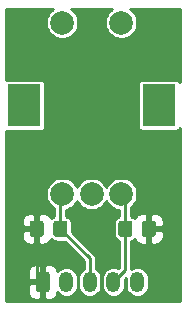
<source format=gtl>
G04 #@! TF.GenerationSoftware,KiCad,Pcbnew,(5.1.9)-1*
G04 #@! TF.CreationDate,2021-05-18T23:01:19-05:00*
G04 #@! TF.ProjectId,Encoder,456e636f-6465-4722-9e6b-696361645f70,rev?*
G04 #@! TF.SameCoordinates,Original*
G04 #@! TF.FileFunction,Copper,L1,Top*
G04 #@! TF.FilePolarity,Positive*
%FSLAX46Y46*%
G04 Gerber Fmt 4.6, Leading zero omitted, Abs format (unit mm)*
G04 Created by KiCad (PCBNEW (5.1.9)-1) date 2021-05-18 23:01:19*
%MOMM*%
%LPD*%
G01*
G04 APERTURE LIST*
G04 #@! TA.AperFunction,ComponentPad*
%ADD10C,2.000000*%
G04 #@! TD*
G04 #@! TA.AperFunction,ComponentPad*
%ADD11R,2.800000X3.600000*%
G04 #@! TD*
G04 #@! TA.AperFunction,ComponentPad*
%ADD12O,1.200000X1.750000*%
G04 #@! TD*
G04 #@! TA.AperFunction,Conductor*
%ADD13C,0.254000*%
G04 #@! TD*
G04 #@! TA.AperFunction,Conductor*
%ADD14C,0.100000*%
G04 #@! TD*
G04 APERTURE END LIST*
D10*
X145650000Y-108550000D03*
X143150000Y-108550000D03*
X140650000Y-108550000D03*
X145650000Y-94050000D03*
X140650000Y-94050000D03*
D11*
X148850000Y-101050000D03*
X137450000Y-101050000D03*
G04 #@! TA.AperFunction,SMDPad,CuDef*
G36*
G01*
X146600000Y-111049999D02*
X146600000Y-111950001D01*
G75*
G02*
X146350001Y-112200000I-249999J0D01*
G01*
X145649999Y-112200000D01*
G75*
G02*
X145400000Y-111950001I0J249999D01*
G01*
X145400000Y-111049999D01*
G75*
G02*
X145649999Y-110800000I249999J0D01*
G01*
X146350001Y-110800000D01*
G75*
G02*
X146600000Y-111049999I0J-249999D01*
G01*
G37*
G04 #@! TD.AperFunction*
G04 #@! TA.AperFunction,SMDPad,CuDef*
G36*
G01*
X148600000Y-111049999D02*
X148600000Y-111950001D01*
G75*
G02*
X148350001Y-112200000I-249999J0D01*
G01*
X147649999Y-112200000D01*
G75*
G02*
X147400000Y-111950001I0J249999D01*
G01*
X147400000Y-111049999D01*
G75*
G02*
X147649999Y-110800000I249999J0D01*
G01*
X148350001Y-110800000D01*
G75*
G02*
X148600000Y-111049999I0J-249999D01*
G01*
G37*
G04 #@! TD.AperFunction*
G04 #@! TA.AperFunction,SMDPad,CuDef*
G36*
G01*
X139900000Y-111950001D02*
X139900000Y-111049999D01*
G75*
G02*
X140149999Y-110800000I249999J0D01*
G01*
X140850001Y-110800000D01*
G75*
G02*
X141100000Y-111049999I0J-249999D01*
G01*
X141100000Y-111950001D01*
G75*
G02*
X140850001Y-112200000I-249999J0D01*
G01*
X140149999Y-112200000D01*
G75*
G02*
X139900000Y-111950001I0J249999D01*
G01*
G37*
G04 #@! TD.AperFunction*
G04 #@! TA.AperFunction,SMDPad,CuDef*
G36*
G01*
X137900000Y-111950001D02*
X137900000Y-111049999D01*
G75*
G02*
X138149999Y-110800000I249999J0D01*
G01*
X138850001Y-110800000D01*
G75*
G02*
X139100000Y-111049999I0J-249999D01*
G01*
X139100000Y-111950001D01*
G75*
G02*
X138850001Y-112200000I-249999J0D01*
G01*
X138149999Y-112200000D01*
G75*
G02*
X137900000Y-111950001I0J249999D01*
G01*
G37*
G04 #@! TD.AperFunction*
D12*
X147000000Y-116000000D03*
X145000000Y-116000000D03*
X143000000Y-116000000D03*
X141000000Y-116000000D03*
G04 #@! TA.AperFunction,ComponentPad*
G36*
G01*
X138400000Y-116625001D02*
X138400000Y-115374999D01*
G75*
G02*
X138649999Y-115125000I249999J0D01*
G01*
X139350001Y-115125000D01*
G75*
G02*
X139600000Y-115374999I0J-249999D01*
G01*
X139600000Y-116625001D01*
G75*
G02*
X139350001Y-116875000I-249999J0D01*
G01*
X138649999Y-116875000D01*
G75*
G02*
X138400000Y-116625001I0J249999D01*
G01*
G37*
G04 #@! TD.AperFunction*
D13*
X146000000Y-108900000D02*
X145650000Y-108550000D01*
X146000000Y-111500000D02*
X146000000Y-108900000D01*
X146000000Y-115000000D02*
X145000000Y-116000000D01*
X146000000Y-111500000D02*
X146000000Y-115000000D01*
X140500000Y-108700000D02*
X140650000Y-108550000D01*
X140500000Y-111500000D02*
X140500000Y-108700000D01*
X143000000Y-114000000D02*
X140500000Y-111500000D01*
X143000000Y-116000000D02*
X143000000Y-114000000D01*
X138500000Y-115500000D02*
X139000000Y-116000000D01*
X138500000Y-111500000D02*
X138500000Y-115500000D01*
X138500000Y-108656118D02*
X138500000Y-111500000D01*
X139987119Y-107168999D02*
X138500000Y-108656118D01*
X146312881Y-107168999D02*
X139987119Y-107168999D01*
X148000000Y-108856118D02*
X146312881Y-107168999D01*
X148000000Y-111500000D02*
X148000000Y-108856118D01*
X139769664Y-92977307D02*
X139577307Y-93169664D01*
X139426174Y-93395851D01*
X139322071Y-93647177D01*
X139269000Y-93913983D01*
X139269000Y-94186017D01*
X139322071Y-94452823D01*
X139426174Y-94704149D01*
X139577307Y-94930336D01*
X139769664Y-95122693D01*
X139995851Y-95273826D01*
X140247177Y-95377929D01*
X140513983Y-95431000D01*
X140786017Y-95431000D01*
X141052823Y-95377929D01*
X141304149Y-95273826D01*
X141530336Y-95122693D01*
X141722693Y-94930336D01*
X141873826Y-94704149D01*
X141977929Y-94452823D01*
X142031000Y-94186017D01*
X142031000Y-93913983D01*
X141977929Y-93647177D01*
X141873826Y-93395851D01*
X141722693Y-93169664D01*
X141530336Y-92977307D01*
X141405209Y-92893700D01*
X144894791Y-92893700D01*
X144769664Y-92977307D01*
X144577307Y-93169664D01*
X144426174Y-93395851D01*
X144322071Y-93647177D01*
X144269000Y-93913983D01*
X144269000Y-94186017D01*
X144322071Y-94452823D01*
X144426174Y-94704149D01*
X144577307Y-94930336D01*
X144769664Y-95122693D01*
X144995851Y-95273826D01*
X145247177Y-95377929D01*
X145513983Y-95431000D01*
X145786017Y-95431000D01*
X146052823Y-95377929D01*
X146304149Y-95273826D01*
X146530336Y-95122693D01*
X146722693Y-94930336D01*
X146873826Y-94704149D01*
X146977929Y-94452823D01*
X147031000Y-94186017D01*
X147031000Y-93913983D01*
X146977929Y-93647177D01*
X146873826Y-93395851D01*
X146722693Y-93169664D01*
X146530336Y-92977307D01*
X146405209Y-92893700D01*
X150606300Y-92893700D01*
X150606300Y-99112061D01*
X150603701Y-99103492D01*
X150568322Y-99037304D01*
X150520711Y-98979289D01*
X150462696Y-98931678D01*
X150396508Y-98896299D01*
X150324689Y-98874513D01*
X150250000Y-98867157D01*
X147450000Y-98867157D01*
X147375311Y-98874513D01*
X147303492Y-98896299D01*
X147237304Y-98931678D01*
X147179289Y-98979289D01*
X147131678Y-99037304D01*
X147096299Y-99103492D01*
X147074513Y-99175311D01*
X147067157Y-99250000D01*
X147067157Y-102850000D01*
X147074513Y-102924689D01*
X147096299Y-102996508D01*
X147131678Y-103062696D01*
X147179289Y-103120711D01*
X147237304Y-103168322D01*
X147303492Y-103203701D01*
X147375311Y-103225487D01*
X147450000Y-103232843D01*
X150250000Y-103232843D01*
X150324689Y-103225487D01*
X150396508Y-103203701D01*
X150462696Y-103168322D01*
X150520711Y-103120711D01*
X150568322Y-103062696D01*
X150603701Y-102996508D01*
X150606300Y-102987939D01*
X150606301Y-117606300D01*
X135893700Y-117606300D01*
X135893700Y-116875000D01*
X137761928Y-116875000D01*
X137774188Y-116999482D01*
X137810498Y-117119180D01*
X137869463Y-117229494D01*
X137948815Y-117326185D01*
X138045506Y-117405537D01*
X138155820Y-117464502D01*
X138275518Y-117500812D01*
X138400000Y-117513072D01*
X138714250Y-117510000D01*
X138873000Y-117351250D01*
X138873000Y-116127000D01*
X137923750Y-116127000D01*
X137765000Y-116285750D01*
X137761928Y-116875000D01*
X135893700Y-116875000D01*
X135893700Y-115125000D01*
X137761928Y-115125000D01*
X137765000Y-115714250D01*
X137923750Y-115873000D01*
X138873000Y-115873000D01*
X138873000Y-114648750D01*
X139127000Y-114648750D01*
X139127000Y-115873000D01*
X139147000Y-115873000D01*
X139147000Y-116127000D01*
X139127000Y-116127000D01*
X139127000Y-117351250D01*
X139285750Y-117510000D01*
X139600000Y-117513072D01*
X139724482Y-117500812D01*
X139844180Y-117464502D01*
X139954494Y-117405537D01*
X140051185Y-117326185D01*
X140130537Y-117229494D01*
X140189502Y-117119180D01*
X140225812Y-116999482D01*
X140236494Y-116891023D01*
X140302973Y-116972028D01*
X140452350Y-117094618D01*
X140622772Y-117185711D01*
X140807691Y-117241805D01*
X141000000Y-117260746D01*
X141192310Y-117241805D01*
X141377229Y-117185711D01*
X141547651Y-117094618D01*
X141697028Y-116972028D01*
X141819618Y-116822651D01*
X141910711Y-116652229D01*
X141966805Y-116467309D01*
X141981000Y-116323186D01*
X141981000Y-115676813D01*
X141966805Y-115532690D01*
X141910711Y-115347771D01*
X141819618Y-115177349D01*
X141697028Y-115027972D01*
X141547651Y-114905382D01*
X141377228Y-114814289D01*
X141192309Y-114758195D01*
X141000000Y-114739254D01*
X140807690Y-114758195D01*
X140622771Y-114814289D01*
X140452349Y-114905382D01*
X140302972Y-115027972D01*
X140236494Y-115108976D01*
X140225812Y-115000518D01*
X140189502Y-114880820D01*
X140130537Y-114770506D01*
X140051185Y-114673815D01*
X139954494Y-114594463D01*
X139844180Y-114535498D01*
X139724482Y-114499188D01*
X139600000Y-114486928D01*
X139285750Y-114490000D01*
X139127000Y-114648750D01*
X138873000Y-114648750D01*
X138714250Y-114490000D01*
X138400000Y-114486928D01*
X138275518Y-114499188D01*
X138155820Y-114535498D01*
X138045506Y-114594463D01*
X137948815Y-114673815D01*
X137869463Y-114770506D01*
X137810498Y-114880820D01*
X137774188Y-115000518D01*
X137761928Y-115125000D01*
X135893700Y-115125000D01*
X135893700Y-112200000D01*
X137261928Y-112200000D01*
X137274188Y-112324482D01*
X137310498Y-112444180D01*
X137369463Y-112554494D01*
X137448815Y-112651185D01*
X137545506Y-112730537D01*
X137655820Y-112789502D01*
X137775518Y-112825812D01*
X137900000Y-112838072D01*
X138214250Y-112835000D01*
X138373000Y-112676250D01*
X138373000Y-111627000D01*
X137423750Y-111627000D01*
X137265000Y-111785750D01*
X137261928Y-112200000D01*
X135893700Y-112200000D01*
X135893700Y-110800000D01*
X137261928Y-110800000D01*
X137265000Y-111214250D01*
X137423750Y-111373000D01*
X138373000Y-111373000D01*
X138373000Y-110323750D01*
X138627000Y-110323750D01*
X138627000Y-111373000D01*
X138647000Y-111373000D01*
X138647000Y-111627000D01*
X138627000Y-111627000D01*
X138627000Y-112676250D01*
X138785750Y-112835000D01*
X139100000Y-112838072D01*
X139224482Y-112825812D01*
X139344180Y-112789502D01*
X139454494Y-112730537D01*
X139551185Y-112651185D01*
X139630537Y-112554494D01*
X139689502Y-112444180D01*
X139703436Y-112398246D01*
X139798411Y-112476190D01*
X139907821Y-112534671D01*
X140026538Y-112570683D01*
X140149999Y-112582843D01*
X140850001Y-112582843D01*
X140863130Y-112581550D01*
X142492001Y-114210421D01*
X142492001Y-114884188D01*
X142452349Y-114905382D01*
X142302972Y-115027972D01*
X142180382Y-115177349D01*
X142089289Y-115347772D01*
X142033195Y-115532691D01*
X142019000Y-115676814D01*
X142019000Y-116323187D01*
X142033195Y-116467310D01*
X142089289Y-116652229D01*
X142180383Y-116822651D01*
X142302973Y-116972028D01*
X142452350Y-117094618D01*
X142622772Y-117185711D01*
X142807691Y-117241805D01*
X143000000Y-117260746D01*
X143192310Y-117241805D01*
X143377229Y-117185711D01*
X143547651Y-117094618D01*
X143697028Y-116972028D01*
X143819618Y-116822651D01*
X143910711Y-116652229D01*
X143966805Y-116467309D01*
X143981000Y-116323186D01*
X143981000Y-115676813D01*
X143966805Y-115532690D01*
X143910711Y-115347771D01*
X143819618Y-115177349D01*
X143697028Y-115027972D01*
X143547651Y-114905382D01*
X143508000Y-114884188D01*
X143508000Y-114024944D01*
X143510457Y-114000000D01*
X143508000Y-113975053D01*
X143500649Y-113900415D01*
X143471601Y-113804657D01*
X143449643Y-113763576D01*
X143424429Y-113716404D01*
X143401354Y-113688288D01*
X143360948Y-113639052D01*
X143341565Y-113623145D01*
X141482843Y-111764423D01*
X141482843Y-111049999D01*
X141470683Y-110926538D01*
X141434671Y-110807821D01*
X141376190Y-110698411D01*
X141297488Y-110602512D01*
X141201589Y-110523810D01*
X141092179Y-110465329D01*
X141008000Y-110439794D01*
X141008000Y-109886845D01*
X141052823Y-109877929D01*
X141304149Y-109773826D01*
X141530336Y-109622693D01*
X141722693Y-109430336D01*
X141873826Y-109204149D01*
X141900000Y-109140960D01*
X141926174Y-109204149D01*
X142077307Y-109430336D01*
X142269664Y-109622693D01*
X142495851Y-109773826D01*
X142747177Y-109877929D01*
X143013983Y-109931000D01*
X143286017Y-109931000D01*
X143552823Y-109877929D01*
X143804149Y-109773826D01*
X144030336Y-109622693D01*
X144222693Y-109430336D01*
X144373826Y-109204149D01*
X144400000Y-109140960D01*
X144426174Y-109204149D01*
X144577307Y-109430336D01*
X144769664Y-109622693D01*
X144995851Y-109773826D01*
X145247177Y-109877929D01*
X145492001Y-109926627D01*
X145492000Y-110439794D01*
X145407821Y-110465329D01*
X145298411Y-110523810D01*
X145202512Y-110602512D01*
X145123810Y-110698411D01*
X145065329Y-110807821D01*
X145029317Y-110926538D01*
X145017157Y-111049999D01*
X145017157Y-111950001D01*
X145029317Y-112073462D01*
X145065329Y-112192179D01*
X145123810Y-112301589D01*
X145202512Y-112397488D01*
X145298411Y-112476190D01*
X145407821Y-112534671D01*
X145492000Y-112560206D01*
X145492001Y-114789579D01*
X145435920Y-114845660D01*
X145377228Y-114814289D01*
X145192309Y-114758195D01*
X145000000Y-114739254D01*
X144807690Y-114758195D01*
X144622771Y-114814289D01*
X144452349Y-114905382D01*
X144302972Y-115027972D01*
X144180382Y-115177349D01*
X144089289Y-115347772D01*
X144033195Y-115532691D01*
X144019000Y-115676814D01*
X144019000Y-116323187D01*
X144033195Y-116467310D01*
X144089289Y-116652229D01*
X144180383Y-116822651D01*
X144302973Y-116972028D01*
X144452350Y-117094618D01*
X144622772Y-117185711D01*
X144807691Y-117241805D01*
X145000000Y-117260746D01*
X145192310Y-117241805D01*
X145377229Y-117185711D01*
X145547651Y-117094618D01*
X145697028Y-116972028D01*
X145819618Y-116822651D01*
X145910711Y-116652229D01*
X145966805Y-116467309D01*
X145981000Y-116323186D01*
X145981000Y-115737420D01*
X146019000Y-115699420D01*
X146019000Y-116323187D01*
X146033195Y-116467310D01*
X146089289Y-116652229D01*
X146180383Y-116822651D01*
X146302973Y-116972028D01*
X146452350Y-117094618D01*
X146622772Y-117185711D01*
X146807691Y-117241805D01*
X147000000Y-117260746D01*
X147192310Y-117241805D01*
X147377229Y-117185711D01*
X147547651Y-117094618D01*
X147697028Y-116972028D01*
X147819618Y-116822651D01*
X147910711Y-116652229D01*
X147966805Y-116467309D01*
X147981000Y-116323186D01*
X147981000Y-115676813D01*
X147966805Y-115532690D01*
X147910711Y-115347771D01*
X147819618Y-115177349D01*
X147697028Y-115027972D01*
X147547651Y-114905382D01*
X147377228Y-114814289D01*
X147192309Y-114758195D01*
X147000000Y-114739254D01*
X146807690Y-114758195D01*
X146622771Y-114814289D01*
X146508000Y-114875636D01*
X146508000Y-112560206D01*
X146592179Y-112534671D01*
X146701589Y-112476190D01*
X146796564Y-112398246D01*
X146810498Y-112444180D01*
X146869463Y-112554494D01*
X146948815Y-112651185D01*
X147045506Y-112730537D01*
X147155820Y-112789502D01*
X147275518Y-112825812D01*
X147400000Y-112838072D01*
X147714250Y-112835000D01*
X147873000Y-112676250D01*
X147873000Y-111627000D01*
X148127000Y-111627000D01*
X148127000Y-112676250D01*
X148285750Y-112835000D01*
X148600000Y-112838072D01*
X148724482Y-112825812D01*
X148844180Y-112789502D01*
X148954494Y-112730537D01*
X149051185Y-112651185D01*
X149130537Y-112554494D01*
X149189502Y-112444180D01*
X149225812Y-112324482D01*
X149238072Y-112200000D01*
X149235000Y-111785750D01*
X149076250Y-111627000D01*
X148127000Y-111627000D01*
X147873000Y-111627000D01*
X147853000Y-111627000D01*
X147853000Y-111373000D01*
X147873000Y-111373000D01*
X147873000Y-110323750D01*
X148127000Y-110323750D01*
X148127000Y-111373000D01*
X149076250Y-111373000D01*
X149235000Y-111214250D01*
X149238072Y-110800000D01*
X149225812Y-110675518D01*
X149189502Y-110555820D01*
X149130537Y-110445506D01*
X149051185Y-110348815D01*
X148954494Y-110269463D01*
X148844180Y-110210498D01*
X148724482Y-110174188D01*
X148600000Y-110161928D01*
X148285750Y-110165000D01*
X148127000Y-110323750D01*
X147873000Y-110323750D01*
X147714250Y-110165000D01*
X147400000Y-110161928D01*
X147275518Y-110174188D01*
X147155820Y-110210498D01*
X147045506Y-110269463D01*
X146948815Y-110348815D01*
X146869463Y-110445506D01*
X146810498Y-110555820D01*
X146796564Y-110601754D01*
X146701589Y-110523810D01*
X146592179Y-110465329D01*
X146508000Y-110439794D01*
X146508000Y-109637617D01*
X146530336Y-109622693D01*
X146722693Y-109430336D01*
X146873826Y-109204149D01*
X146977929Y-108952823D01*
X147031000Y-108686017D01*
X147031000Y-108413983D01*
X146977929Y-108147177D01*
X146873826Y-107895851D01*
X146722693Y-107669664D01*
X146530336Y-107477307D01*
X146304149Y-107326174D01*
X146052823Y-107222071D01*
X145786017Y-107169000D01*
X145513983Y-107169000D01*
X145247177Y-107222071D01*
X144995851Y-107326174D01*
X144769664Y-107477307D01*
X144577307Y-107669664D01*
X144426174Y-107895851D01*
X144400000Y-107959040D01*
X144373826Y-107895851D01*
X144222693Y-107669664D01*
X144030336Y-107477307D01*
X143804149Y-107326174D01*
X143552823Y-107222071D01*
X143286017Y-107169000D01*
X143013983Y-107169000D01*
X142747177Y-107222071D01*
X142495851Y-107326174D01*
X142269664Y-107477307D01*
X142077307Y-107669664D01*
X141926174Y-107895851D01*
X141900000Y-107959040D01*
X141873826Y-107895851D01*
X141722693Y-107669664D01*
X141530336Y-107477307D01*
X141304149Y-107326174D01*
X141052823Y-107222071D01*
X140786017Y-107169000D01*
X140513983Y-107169000D01*
X140247177Y-107222071D01*
X139995851Y-107326174D01*
X139769664Y-107477307D01*
X139577307Y-107669664D01*
X139426174Y-107895851D01*
X139322071Y-108147177D01*
X139269000Y-108413983D01*
X139269000Y-108686017D01*
X139322071Y-108952823D01*
X139426174Y-109204149D01*
X139577307Y-109430336D01*
X139769664Y-109622693D01*
X139992001Y-109771253D01*
X139992000Y-110439794D01*
X139907821Y-110465329D01*
X139798411Y-110523810D01*
X139703436Y-110601754D01*
X139689502Y-110555820D01*
X139630537Y-110445506D01*
X139551185Y-110348815D01*
X139454494Y-110269463D01*
X139344180Y-110210498D01*
X139224482Y-110174188D01*
X139100000Y-110161928D01*
X138785750Y-110165000D01*
X138627000Y-110323750D01*
X138373000Y-110323750D01*
X138214250Y-110165000D01*
X137900000Y-110161928D01*
X137775518Y-110174188D01*
X137655820Y-110210498D01*
X137545506Y-110269463D01*
X137448815Y-110348815D01*
X137369463Y-110445506D01*
X137310498Y-110555820D01*
X137274188Y-110675518D01*
X137261928Y-110800000D01*
X135893700Y-110800000D01*
X135893700Y-103198467D01*
X135903492Y-103203701D01*
X135975311Y-103225487D01*
X136050000Y-103232843D01*
X138850000Y-103232843D01*
X138924689Y-103225487D01*
X138996508Y-103203701D01*
X139062696Y-103168322D01*
X139120711Y-103120711D01*
X139168322Y-103062696D01*
X139203701Y-102996508D01*
X139225487Y-102924689D01*
X139232843Y-102850000D01*
X139232843Y-99250000D01*
X139225487Y-99175311D01*
X139203701Y-99103492D01*
X139168322Y-99037304D01*
X139120711Y-98979289D01*
X139062696Y-98931678D01*
X138996508Y-98896299D01*
X138924689Y-98874513D01*
X138850000Y-98867157D01*
X136050000Y-98867157D01*
X135975311Y-98874513D01*
X135903492Y-98896299D01*
X135893700Y-98901533D01*
X135893700Y-92893700D01*
X139894791Y-92893700D01*
X139769664Y-92977307D01*
G04 #@! TA.AperFunction,Conductor*
D14*
G36*
X139769664Y-92977307D02*
G01*
X139577307Y-93169664D01*
X139426174Y-93395851D01*
X139322071Y-93647177D01*
X139269000Y-93913983D01*
X139269000Y-94186017D01*
X139322071Y-94452823D01*
X139426174Y-94704149D01*
X139577307Y-94930336D01*
X139769664Y-95122693D01*
X139995851Y-95273826D01*
X140247177Y-95377929D01*
X140513983Y-95431000D01*
X140786017Y-95431000D01*
X141052823Y-95377929D01*
X141304149Y-95273826D01*
X141530336Y-95122693D01*
X141722693Y-94930336D01*
X141873826Y-94704149D01*
X141977929Y-94452823D01*
X142031000Y-94186017D01*
X142031000Y-93913983D01*
X141977929Y-93647177D01*
X141873826Y-93395851D01*
X141722693Y-93169664D01*
X141530336Y-92977307D01*
X141405209Y-92893700D01*
X144894791Y-92893700D01*
X144769664Y-92977307D01*
X144577307Y-93169664D01*
X144426174Y-93395851D01*
X144322071Y-93647177D01*
X144269000Y-93913983D01*
X144269000Y-94186017D01*
X144322071Y-94452823D01*
X144426174Y-94704149D01*
X144577307Y-94930336D01*
X144769664Y-95122693D01*
X144995851Y-95273826D01*
X145247177Y-95377929D01*
X145513983Y-95431000D01*
X145786017Y-95431000D01*
X146052823Y-95377929D01*
X146304149Y-95273826D01*
X146530336Y-95122693D01*
X146722693Y-94930336D01*
X146873826Y-94704149D01*
X146977929Y-94452823D01*
X147031000Y-94186017D01*
X147031000Y-93913983D01*
X146977929Y-93647177D01*
X146873826Y-93395851D01*
X146722693Y-93169664D01*
X146530336Y-92977307D01*
X146405209Y-92893700D01*
X150606300Y-92893700D01*
X150606300Y-99112061D01*
X150603701Y-99103492D01*
X150568322Y-99037304D01*
X150520711Y-98979289D01*
X150462696Y-98931678D01*
X150396508Y-98896299D01*
X150324689Y-98874513D01*
X150250000Y-98867157D01*
X147450000Y-98867157D01*
X147375311Y-98874513D01*
X147303492Y-98896299D01*
X147237304Y-98931678D01*
X147179289Y-98979289D01*
X147131678Y-99037304D01*
X147096299Y-99103492D01*
X147074513Y-99175311D01*
X147067157Y-99250000D01*
X147067157Y-102850000D01*
X147074513Y-102924689D01*
X147096299Y-102996508D01*
X147131678Y-103062696D01*
X147179289Y-103120711D01*
X147237304Y-103168322D01*
X147303492Y-103203701D01*
X147375311Y-103225487D01*
X147450000Y-103232843D01*
X150250000Y-103232843D01*
X150324689Y-103225487D01*
X150396508Y-103203701D01*
X150462696Y-103168322D01*
X150520711Y-103120711D01*
X150568322Y-103062696D01*
X150603701Y-102996508D01*
X150606300Y-102987939D01*
X150606301Y-117606300D01*
X135893700Y-117606300D01*
X135893700Y-116875000D01*
X137761928Y-116875000D01*
X137774188Y-116999482D01*
X137810498Y-117119180D01*
X137869463Y-117229494D01*
X137948815Y-117326185D01*
X138045506Y-117405537D01*
X138155820Y-117464502D01*
X138275518Y-117500812D01*
X138400000Y-117513072D01*
X138714250Y-117510000D01*
X138873000Y-117351250D01*
X138873000Y-116127000D01*
X137923750Y-116127000D01*
X137765000Y-116285750D01*
X137761928Y-116875000D01*
X135893700Y-116875000D01*
X135893700Y-115125000D01*
X137761928Y-115125000D01*
X137765000Y-115714250D01*
X137923750Y-115873000D01*
X138873000Y-115873000D01*
X138873000Y-114648750D01*
X139127000Y-114648750D01*
X139127000Y-115873000D01*
X139147000Y-115873000D01*
X139147000Y-116127000D01*
X139127000Y-116127000D01*
X139127000Y-117351250D01*
X139285750Y-117510000D01*
X139600000Y-117513072D01*
X139724482Y-117500812D01*
X139844180Y-117464502D01*
X139954494Y-117405537D01*
X140051185Y-117326185D01*
X140130537Y-117229494D01*
X140189502Y-117119180D01*
X140225812Y-116999482D01*
X140236494Y-116891023D01*
X140302973Y-116972028D01*
X140452350Y-117094618D01*
X140622772Y-117185711D01*
X140807691Y-117241805D01*
X141000000Y-117260746D01*
X141192310Y-117241805D01*
X141377229Y-117185711D01*
X141547651Y-117094618D01*
X141697028Y-116972028D01*
X141819618Y-116822651D01*
X141910711Y-116652229D01*
X141966805Y-116467309D01*
X141981000Y-116323186D01*
X141981000Y-115676813D01*
X141966805Y-115532690D01*
X141910711Y-115347771D01*
X141819618Y-115177349D01*
X141697028Y-115027972D01*
X141547651Y-114905382D01*
X141377228Y-114814289D01*
X141192309Y-114758195D01*
X141000000Y-114739254D01*
X140807690Y-114758195D01*
X140622771Y-114814289D01*
X140452349Y-114905382D01*
X140302972Y-115027972D01*
X140236494Y-115108976D01*
X140225812Y-115000518D01*
X140189502Y-114880820D01*
X140130537Y-114770506D01*
X140051185Y-114673815D01*
X139954494Y-114594463D01*
X139844180Y-114535498D01*
X139724482Y-114499188D01*
X139600000Y-114486928D01*
X139285750Y-114490000D01*
X139127000Y-114648750D01*
X138873000Y-114648750D01*
X138714250Y-114490000D01*
X138400000Y-114486928D01*
X138275518Y-114499188D01*
X138155820Y-114535498D01*
X138045506Y-114594463D01*
X137948815Y-114673815D01*
X137869463Y-114770506D01*
X137810498Y-114880820D01*
X137774188Y-115000518D01*
X137761928Y-115125000D01*
X135893700Y-115125000D01*
X135893700Y-112200000D01*
X137261928Y-112200000D01*
X137274188Y-112324482D01*
X137310498Y-112444180D01*
X137369463Y-112554494D01*
X137448815Y-112651185D01*
X137545506Y-112730537D01*
X137655820Y-112789502D01*
X137775518Y-112825812D01*
X137900000Y-112838072D01*
X138214250Y-112835000D01*
X138373000Y-112676250D01*
X138373000Y-111627000D01*
X137423750Y-111627000D01*
X137265000Y-111785750D01*
X137261928Y-112200000D01*
X135893700Y-112200000D01*
X135893700Y-110800000D01*
X137261928Y-110800000D01*
X137265000Y-111214250D01*
X137423750Y-111373000D01*
X138373000Y-111373000D01*
X138373000Y-110323750D01*
X138627000Y-110323750D01*
X138627000Y-111373000D01*
X138647000Y-111373000D01*
X138647000Y-111627000D01*
X138627000Y-111627000D01*
X138627000Y-112676250D01*
X138785750Y-112835000D01*
X139100000Y-112838072D01*
X139224482Y-112825812D01*
X139344180Y-112789502D01*
X139454494Y-112730537D01*
X139551185Y-112651185D01*
X139630537Y-112554494D01*
X139689502Y-112444180D01*
X139703436Y-112398246D01*
X139798411Y-112476190D01*
X139907821Y-112534671D01*
X140026538Y-112570683D01*
X140149999Y-112582843D01*
X140850001Y-112582843D01*
X140863130Y-112581550D01*
X142492001Y-114210421D01*
X142492001Y-114884188D01*
X142452349Y-114905382D01*
X142302972Y-115027972D01*
X142180382Y-115177349D01*
X142089289Y-115347772D01*
X142033195Y-115532691D01*
X142019000Y-115676814D01*
X142019000Y-116323187D01*
X142033195Y-116467310D01*
X142089289Y-116652229D01*
X142180383Y-116822651D01*
X142302973Y-116972028D01*
X142452350Y-117094618D01*
X142622772Y-117185711D01*
X142807691Y-117241805D01*
X143000000Y-117260746D01*
X143192310Y-117241805D01*
X143377229Y-117185711D01*
X143547651Y-117094618D01*
X143697028Y-116972028D01*
X143819618Y-116822651D01*
X143910711Y-116652229D01*
X143966805Y-116467309D01*
X143981000Y-116323186D01*
X143981000Y-115676813D01*
X143966805Y-115532690D01*
X143910711Y-115347771D01*
X143819618Y-115177349D01*
X143697028Y-115027972D01*
X143547651Y-114905382D01*
X143508000Y-114884188D01*
X143508000Y-114024944D01*
X143510457Y-114000000D01*
X143508000Y-113975053D01*
X143500649Y-113900415D01*
X143471601Y-113804657D01*
X143449643Y-113763576D01*
X143424429Y-113716404D01*
X143401354Y-113688288D01*
X143360948Y-113639052D01*
X143341565Y-113623145D01*
X141482843Y-111764423D01*
X141482843Y-111049999D01*
X141470683Y-110926538D01*
X141434671Y-110807821D01*
X141376190Y-110698411D01*
X141297488Y-110602512D01*
X141201589Y-110523810D01*
X141092179Y-110465329D01*
X141008000Y-110439794D01*
X141008000Y-109886845D01*
X141052823Y-109877929D01*
X141304149Y-109773826D01*
X141530336Y-109622693D01*
X141722693Y-109430336D01*
X141873826Y-109204149D01*
X141900000Y-109140960D01*
X141926174Y-109204149D01*
X142077307Y-109430336D01*
X142269664Y-109622693D01*
X142495851Y-109773826D01*
X142747177Y-109877929D01*
X143013983Y-109931000D01*
X143286017Y-109931000D01*
X143552823Y-109877929D01*
X143804149Y-109773826D01*
X144030336Y-109622693D01*
X144222693Y-109430336D01*
X144373826Y-109204149D01*
X144400000Y-109140960D01*
X144426174Y-109204149D01*
X144577307Y-109430336D01*
X144769664Y-109622693D01*
X144995851Y-109773826D01*
X145247177Y-109877929D01*
X145492001Y-109926627D01*
X145492000Y-110439794D01*
X145407821Y-110465329D01*
X145298411Y-110523810D01*
X145202512Y-110602512D01*
X145123810Y-110698411D01*
X145065329Y-110807821D01*
X145029317Y-110926538D01*
X145017157Y-111049999D01*
X145017157Y-111950001D01*
X145029317Y-112073462D01*
X145065329Y-112192179D01*
X145123810Y-112301589D01*
X145202512Y-112397488D01*
X145298411Y-112476190D01*
X145407821Y-112534671D01*
X145492000Y-112560206D01*
X145492001Y-114789579D01*
X145435920Y-114845660D01*
X145377228Y-114814289D01*
X145192309Y-114758195D01*
X145000000Y-114739254D01*
X144807690Y-114758195D01*
X144622771Y-114814289D01*
X144452349Y-114905382D01*
X144302972Y-115027972D01*
X144180382Y-115177349D01*
X144089289Y-115347772D01*
X144033195Y-115532691D01*
X144019000Y-115676814D01*
X144019000Y-116323187D01*
X144033195Y-116467310D01*
X144089289Y-116652229D01*
X144180383Y-116822651D01*
X144302973Y-116972028D01*
X144452350Y-117094618D01*
X144622772Y-117185711D01*
X144807691Y-117241805D01*
X145000000Y-117260746D01*
X145192310Y-117241805D01*
X145377229Y-117185711D01*
X145547651Y-117094618D01*
X145697028Y-116972028D01*
X145819618Y-116822651D01*
X145910711Y-116652229D01*
X145966805Y-116467309D01*
X145981000Y-116323186D01*
X145981000Y-115737420D01*
X146019000Y-115699420D01*
X146019000Y-116323187D01*
X146033195Y-116467310D01*
X146089289Y-116652229D01*
X146180383Y-116822651D01*
X146302973Y-116972028D01*
X146452350Y-117094618D01*
X146622772Y-117185711D01*
X146807691Y-117241805D01*
X147000000Y-117260746D01*
X147192310Y-117241805D01*
X147377229Y-117185711D01*
X147547651Y-117094618D01*
X147697028Y-116972028D01*
X147819618Y-116822651D01*
X147910711Y-116652229D01*
X147966805Y-116467309D01*
X147981000Y-116323186D01*
X147981000Y-115676813D01*
X147966805Y-115532690D01*
X147910711Y-115347771D01*
X147819618Y-115177349D01*
X147697028Y-115027972D01*
X147547651Y-114905382D01*
X147377228Y-114814289D01*
X147192309Y-114758195D01*
X147000000Y-114739254D01*
X146807690Y-114758195D01*
X146622771Y-114814289D01*
X146508000Y-114875636D01*
X146508000Y-112560206D01*
X146592179Y-112534671D01*
X146701589Y-112476190D01*
X146796564Y-112398246D01*
X146810498Y-112444180D01*
X146869463Y-112554494D01*
X146948815Y-112651185D01*
X147045506Y-112730537D01*
X147155820Y-112789502D01*
X147275518Y-112825812D01*
X147400000Y-112838072D01*
X147714250Y-112835000D01*
X147873000Y-112676250D01*
X147873000Y-111627000D01*
X148127000Y-111627000D01*
X148127000Y-112676250D01*
X148285750Y-112835000D01*
X148600000Y-112838072D01*
X148724482Y-112825812D01*
X148844180Y-112789502D01*
X148954494Y-112730537D01*
X149051185Y-112651185D01*
X149130537Y-112554494D01*
X149189502Y-112444180D01*
X149225812Y-112324482D01*
X149238072Y-112200000D01*
X149235000Y-111785750D01*
X149076250Y-111627000D01*
X148127000Y-111627000D01*
X147873000Y-111627000D01*
X147853000Y-111627000D01*
X147853000Y-111373000D01*
X147873000Y-111373000D01*
X147873000Y-110323750D01*
X148127000Y-110323750D01*
X148127000Y-111373000D01*
X149076250Y-111373000D01*
X149235000Y-111214250D01*
X149238072Y-110800000D01*
X149225812Y-110675518D01*
X149189502Y-110555820D01*
X149130537Y-110445506D01*
X149051185Y-110348815D01*
X148954494Y-110269463D01*
X148844180Y-110210498D01*
X148724482Y-110174188D01*
X148600000Y-110161928D01*
X148285750Y-110165000D01*
X148127000Y-110323750D01*
X147873000Y-110323750D01*
X147714250Y-110165000D01*
X147400000Y-110161928D01*
X147275518Y-110174188D01*
X147155820Y-110210498D01*
X147045506Y-110269463D01*
X146948815Y-110348815D01*
X146869463Y-110445506D01*
X146810498Y-110555820D01*
X146796564Y-110601754D01*
X146701589Y-110523810D01*
X146592179Y-110465329D01*
X146508000Y-110439794D01*
X146508000Y-109637617D01*
X146530336Y-109622693D01*
X146722693Y-109430336D01*
X146873826Y-109204149D01*
X146977929Y-108952823D01*
X147031000Y-108686017D01*
X147031000Y-108413983D01*
X146977929Y-108147177D01*
X146873826Y-107895851D01*
X146722693Y-107669664D01*
X146530336Y-107477307D01*
X146304149Y-107326174D01*
X146052823Y-107222071D01*
X145786017Y-107169000D01*
X145513983Y-107169000D01*
X145247177Y-107222071D01*
X144995851Y-107326174D01*
X144769664Y-107477307D01*
X144577307Y-107669664D01*
X144426174Y-107895851D01*
X144400000Y-107959040D01*
X144373826Y-107895851D01*
X144222693Y-107669664D01*
X144030336Y-107477307D01*
X143804149Y-107326174D01*
X143552823Y-107222071D01*
X143286017Y-107169000D01*
X143013983Y-107169000D01*
X142747177Y-107222071D01*
X142495851Y-107326174D01*
X142269664Y-107477307D01*
X142077307Y-107669664D01*
X141926174Y-107895851D01*
X141900000Y-107959040D01*
X141873826Y-107895851D01*
X141722693Y-107669664D01*
X141530336Y-107477307D01*
X141304149Y-107326174D01*
X141052823Y-107222071D01*
X140786017Y-107169000D01*
X140513983Y-107169000D01*
X140247177Y-107222071D01*
X139995851Y-107326174D01*
X139769664Y-107477307D01*
X139577307Y-107669664D01*
X139426174Y-107895851D01*
X139322071Y-108147177D01*
X139269000Y-108413983D01*
X139269000Y-108686017D01*
X139322071Y-108952823D01*
X139426174Y-109204149D01*
X139577307Y-109430336D01*
X139769664Y-109622693D01*
X139992001Y-109771253D01*
X139992000Y-110439794D01*
X139907821Y-110465329D01*
X139798411Y-110523810D01*
X139703436Y-110601754D01*
X139689502Y-110555820D01*
X139630537Y-110445506D01*
X139551185Y-110348815D01*
X139454494Y-110269463D01*
X139344180Y-110210498D01*
X139224482Y-110174188D01*
X139100000Y-110161928D01*
X138785750Y-110165000D01*
X138627000Y-110323750D01*
X138373000Y-110323750D01*
X138214250Y-110165000D01*
X137900000Y-110161928D01*
X137775518Y-110174188D01*
X137655820Y-110210498D01*
X137545506Y-110269463D01*
X137448815Y-110348815D01*
X137369463Y-110445506D01*
X137310498Y-110555820D01*
X137274188Y-110675518D01*
X137261928Y-110800000D01*
X135893700Y-110800000D01*
X135893700Y-103198467D01*
X135903492Y-103203701D01*
X135975311Y-103225487D01*
X136050000Y-103232843D01*
X138850000Y-103232843D01*
X138924689Y-103225487D01*
X138996508Y-103203701D01*
X139062696Y-103168322D01*
X139120711Y-103120711D01*
X139168322Y-103062696D01*
X139203701Y-102996508D01*
X139225487Y-102924689D01*
X139232843Y-102850000D01*
X139232843Y-99250000D01*
X139225487Y-99175311D01*
X139203701Y-99103492D01*
X139168322Y-99037304D01*
X139120711Y-98979289D01*
X139062696Y-98931678D01*
X138996508Y-98896299D01*
X138924689Y-98874513D01*
X138850000Y-98867157D01*
X136050000Y-98867157D01*
X135975311Y-98874513D01*
X135903492Y-98896299D01*
X135893700Y-98901533D01*
X135893700Y-92893700D01*
X139894791Y-92893700D01*
X139769664Y-92977307D01*
G37*
G04 #@! TD.AperFunction*
M02*

</source>
